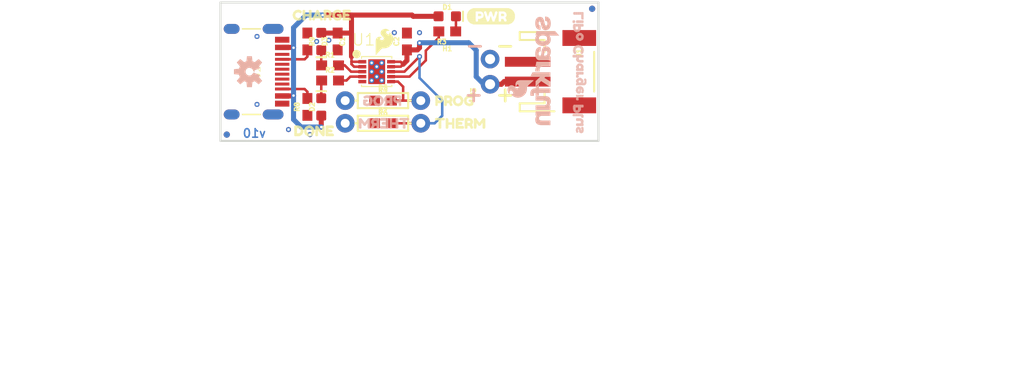
<source format=kicad_pcb>
(kicad_pcb (version 20211014) (generator pcbnew)
  (layers (0 "F.Cu" signal) (1 "In1.Cu" signal) (2 "In2.Cu" signal) (31 "B.Cu" signal) (34 "B.Paste" user) (35 "F.Paste" user) (36 "B.SilkS" user "B.Silkscreen") (37 "F.SilkS" user "F.Silkscreen") (38 "B.Mask" user) (39 "F.Mask" user) (44 "Edge.Cuts" user))
  (net 0 "")
  (net 1 "STAT1")
  (net 2 "STAT2")
  (net 3 "PG")
  (net 4 "N$4")
  (net 5 "N$5")
  (net 6 "N$6")
  (net 7 "PROG")
  (net 8 "VDD")
  (net 9 "GND")
  (net 10 "V_BATT")
  (net 11 "THERM")
  (net 12 "N$13")
  (net 13 "N$9")
  (footprint "boardEagle:0603" (layer "F.Cu") (at 140.5001 105.8926)
    (fp_text reference "R2" (at 0 -0.762) (layer "F.SilkS") (effects (font (size 0.48768 0.48768) (thickness 0.12192)) (justify bottom)))
    (fp_text value "1.5k")
    (pad "1" smd rect (at -0.85 0) (size 1.1 1) (layers "F.Cu" "F.Paste" "F.Mask") (net 5 "N$5"))
    (pad "2" smd rect (at 0.85 0) (size 1.1 1) (layers "F.Cu" "F.Paste" "F.Mask") (net 2 "STAT2"))
  )
  (footprint "boardEagle:0603" (layer "F.Cu") (at 138.2141 101.9556 -90)
    (fp_text reference "R9" (at 0 -0.762 -90) (layer "F.SilkS") (effects (font (size 0.48768 0.48768) (thickness 0.12192)) (justify bottom)))
    (fp_text value "5.1k")
    (pad "1" smd rect (at -0.85 0 270) (size 1.1 1) (layers "F.Cu" "F.Paste" "F.Mask") (net 9 "GND"))
    (pad "2" smd rect (at 0.85 0 270) (size 1.1 1) (layers "F.Cu" "F.Paste" "F.Mask") (net 12 "N$13"))
  )
  (footprint "boardEagle:1X02_NO_SILK" (layer "F.Cu") (at 156.6291 106.2736 90)
    (fp_text reference "J3" (at -1.27 -1.397 90) (layer "F.SilkS") (effects (font (size 0.48768 0.48768) (thickness 0.12192)) (justify left bottom)))
    (fp_text value "")
    (pad "1" thru_hole circle (at 0 0 180) (size 1.8796 1.8796) (drill 1.016) (layers *.Cu *.Mask) (net 10 "V_BATT"))
    (pad "2" thru_hole circle (at 2.54 0 180) (size 1.8796 1.8796) (drill 1.016) (layers *.Cu *.Mask) (net 9 "GND"))
  )
  (footprint "boardEagle:FIDUCIAL-MICRO" (layer "F.Cu") (at 166.9161 98.6536)
    (fp_text reference "FD3" hide)
    (fp_text value "FIDUCIALUFIDUCIAL" hide)
    (pad "1" smd roundrect (at 0 0) (size 0.635 0.635) (layers "F.Cu" "F.Mask") (roundrect_rratio 0.5))
  )
  (footprint "boardEagle:0603" (layer "F.Cu") (at 138.2141 108.5596 90)
    (fp_text reference "R8" (at 0 -0.762 90) (layer "F.SilkS") (effects (font (size 0.48768 0.48768) (thickness 0.12192)) (justify bottom)))
    (fp_text value "5.1k")
    (pad "1" smd rect (at -0.85 0 90) (size 1.1 1) (layers "F.Cu" "F.Paste" "F.Mask") (net 9 "GND"))
    (pad "2" smd rect (at 0.85 0 90) (size 1.1 1) (layers "F.Cu" "F.Paste" "F.Mask") (net 13 "N$9"))
  )
  (footprint "boardEagle:LED-0603" (layer "F.Cu") (at 139.6111 108.5596 90)
    (fp_text reference "D2" (at 0 -0.635 90) (layer "F.SilkS") (effects (font (size 0.48768 0.48768) (thickness 0.12192)) (justify bottom)))
    (fp_text value "GREEN")
    (pad "A" smd roundrect (at -0.877 0) (size 1 1) (layers "F.Cu" "F.Paste" "F.Mask") (roundrect_rratio 0.15) (net 8 "VDD"))
    (pad "C" smd roundrect (at 0.877 0) (size 1 1) (layers "F.Cu" "F.Paste" "F.Mask") (roundrect_rratio 0.15) (net 5 "N$5"))
  )
  (footprint "boardEagle:SFE_LOGO_FLAME_.1" (layer "F.Cu") (at 145.9611 101.9556)
    (fp_text reference "U$1" hide)
    (fp_text value "" hide)
  )
  (footprint "boardEagle:AXIAL-0.3" (layer "F.Cu") (at 145.8341 107.9246)
    (fp_text reference "R5" (at 0 -1.016) (layer "F.SilkS") (effects (font (size 0.48768 0.48768) (thickness 0.12192)) (justify bottom)))
    (fp_text value "PROG")
    (pad "P$1" thru_hole circle (at -3.81 0) (size 1.8796 1.8796) (drill 0.9) (layers *.Cu *.Mask) (net 9 "GND"))
    (pad "P$2" thru_hole circle (at 3.81 0) (size 1.8796 1.8796) (drill 0.9) (layers *.Cu *.Mask) (net 7 "PROG"))
  )
  (footprint "boardEagle:DFN-10" (layer "F.Cu") (at 145.1991 105.0036)
    (fp_text reference "U1" (at -2.54 -2.54) (layer "F.SilkS") (effects (font (size 1.1684 1.1684) (thickness 0.1016)) (justify left bottom)))
    (fp_text value "MCP73833")
    (pad "P$1" smd rect (at -1.45 -1 90) (size 0.35 0.8) (layers "F.Cu" "F.Mask") (net 8 "VDD"))
    (pad "P$2" smd rect (at -1.45 -0.5 90) (size 0.35 0.8) (layers "F.Cu" "F.Mask") (net 8 "VDD"))
    (pad "P$3" smd rect (at -1.45 0 90) (size 0.35 0.8) (layers "F.Cu" "F.Mask") (net 1 "STAT1"))
    (pad "P$4" smd rect (at -1.45 0.5 90) (size 0.35 0.8) (layers "F.Cu" "F.Mask") (net 2 "STAT2"))
    (pad "P$5" smd rect (at -1.45 1 90) (size 0.35 0.8) (layers "F.Cu" "F.Mask") (net 9 "GND"))
    (pad "P$6" smd rect (at 1.45 1 90) (size 0.35 0.8) (layers "F.Cu" "F.Mask") (net 7 "PROG"))
    (pad "P$7" smd rect (at 1.45 0.5 90) (size 0.35 0.8) (layers "F.Cu" "F.Mask") (net 3 "PG"))
    (pad "P$8" smd rect (at 1.45 0 90) (size 0.35 0.8) (layers "F.Cu" "F.Mask") (net 11 "THERM"))
    (pad "P$9" smd rect (at 1.45 -0.5 90) (size 0.35 0.8) (layers "F.Cu" "F.Mask") (net 10 "V_BATT"))
    (pad "P$10" smd rect (at 1.45 -1 90) (size 0.35 0.8) (layers "F.Cu" "F.Mask") (net 10 "V_BATT"))
    (pad "P$11" smd rect (at 0 0 180) (size 1.7 2.5) (layers "F.Cu" "F.Mask") (net 9 "GND"))
  )
  (footprint "boardEagle:THERM8" (layer "F.Cu") (at 150.1521 110.2106)
    (fp_text reference "U$6" hide)
    (fp_text value "" hide)
  )
  (footprint "boardEagle:0603" (layer "F.Cu") (at 152.3111 100.9396 180)
    (fp_text reference "R3" (at 0 -0.762 180) (layer "F.SilkS") (effects (font (size 0.48768 0.48768) (thickness 0.12192)) (justify right top)))
    (fp_text value "1.5k")
    (pad "1" smd rect (at -0.85 0 180) (size 1.1 1) (layers "F.Cu" "F.Paste" "F.Mask") (net 4 "N$4"))
    (pad "2" smd rect (at 0.85 0 180) (size 1.1 1) (layers "F.Cu" "F.Paste" "F.Mask") (net 3 "PG"))
  )
  (footprint "boardEagle:CHARGE3" (layer "F.Cu") (at 135.8011 99.2886)
    (fp_text reference "U$3" hide)
    (fp_text value "" hide)
  )
  (footprint "boardEagle:USB-C-16P" (layer "F.Cu") (at 135.6741 105.0036 -90)
    (fp_text reference "J2" (at 0 2.54 -90) (layer "F.SilkS") (effects (font (size 0.70104 0.70104) (thickness 0.06096))))
    (fp_text value "")
    (pad "" np_thru_hole circle (at 2.89 1.445 270) (size 0.65 0.65) (drill 0.65) (layers *.Cu *.Mask))
    (pad "" np_thru_hole circle (at -2.89 1.445 270) (size 0.65 0.65) (drill 0.65) (layers *.Cu *.Mask))
    (pad "A5" smd rect (at -1.25 0 90) (size 0.3 1.45) (layers "F.Cu" "F.Paste" "F.Mask") (net 12 "N$13"))
    (pad "A6" smd rect (at -0.25 0 90) (size 0.3 1.45) (layers "F.Cu" "F.Paste" "F.Mask"))
    (pad "A7" smd rect (at 0.25 0 270) (size 0.3 1.45) (layers "F.Cu" "F.Paste" "F.Mask"))
    (pad "A8" smd rect (at 1.25 0 270) (size 0.3 1.45) (layers "F.Cu" "F.Paste" "F.Mask"))
    (pad "B5" smd rect (at 1.75 0 270) (size 0.3 1.45) (layers "F.Cu" "F.Paste" "F.Mask") (net 13 "N$9"))
    (pad "B6" smd rect (at 0.75 0 270) (size 0.3 1.45) (layers "F.Cu" "F.Paste" "F.Mask"))
    (pad "B7" smd rect (at -0.75 0 90) (size 0.3 1.45) (layers "F.Cu" "F.Paste" "F.Mask"))
    (pad "B8" smd rect (at -1.75 0 90) (size 0.3 1.45) (layers "F.Cu" "F.Paste" "F.Mask"))
    (pad "GND" smd rect (at -3.225 0 90) (size 0.6 1.45) (layers "F.Cu" "F.Paste" "F.Mask") (net 9 "GND"))
    (pad "GND2" smd rect (at 3.225 0 270) (size 0.6 1.45) (layers "F.Cu" "F.Paste" "F.Mask") (net 9 "GND"))
    (pad "SHLD1" smd roundrect (at -4.32 0.915 90) (size 1 2.1) (layers "F.Cu") (roundrect_rratio 0.5) (net 9 "GND"))
    (pad "SHLD2" smd roundrect (at 4.32 0.915 90) (size 1 2.1) (layers "F.Cu") (roundrect_rratio 0.5) (net 9 "GND"))
    (pad "SHLD3" smd roundrect (at -4.32 0.915 270) (size 1 2.1) (layers "B.Cu") (roundrect_rratio 0.5) (net 9 "GND"))
    (pad "SHLD4" smd roundrect (at 4.32 0.915 270) (size 1 2.1) (layers "B.Cu") (roundrect_rratio 0.5) (net 9 "GND"))
    (pad "SHLD5" smd roundrect (at -4.32 5.095 90) (size 1 1.6) (layers "F.Cu") (roundrect_rratio 0.5) (net 9 "GND"))
    (pad "SHLD6" smd roundrect (at -4.32 5.095 270) (size 1 1.6) (layers "B.Cu") (roundrect_rratio 0.5) (net 9 "GND"))
    (pad "SHLD7" smd roundrect (at 4.32 5.095 270) (size 1 1.6) (layers "B.Cu") (roundrect_rratio 0.5) (net 9 "GND"))
    (pad "SHLD8" smd roundrect (at 4.32 5.095 90) (size 1 1.6) (layers "F.Cu") (roundrect_rratio 0.5) (net 9 "GND"))
    (pad "VBUS1" smd rect (at -2.45 0 90) (size 0.55 1.45) (layers "F.Cu" "F.Paste" "F.Mask") (net 8 "VDD"))
    (pad "VBUS2" smd rect (at 2.45 0 270) (size 0.55 1.45) (layers "F.Cu" "F.Paste" "F.Mask") (net 8 "VDD"))
  )
  (footprint "boardEagle:JST-2-SMD" (layer "F.Cu") (at 164.1221 105.0036 -90)
    (fp_text reference "J1" (at -1.397 -1.778 -90) (layer "F.SilkS") (effects (font (size 0.48768 0.48768) (thickness 0.12192)) (justify left bottom)))
    (fp_text value "")
    (pad "1" smd rect (at -1 3.7 270) (size 1 4.6) (layers "F.Cu" "F.Paste" "F.Mask") (net 9 "GND"))
    (pad "2" smd rect (at 1 3.7 270) (size 1 4.6) (layers "F.Cu" "F.Paste" "F.Mask") (net 10 "V_BATT"))
    (pad "NC1" smd rect (at -3.4 -1.5) (size 3.4 1.6) (layers "F.Cu" "F.Paste" "F.Mask"))
    (pad "NC2" smd rect (at 3.4 -1.5) (size 3.4 1.6) (layers "F.Cu" "F.Paste" "F.Mask"))
  )
  (footprint "boardEagle:LED-0603" (layer "F.Cu") (at 139.6111 101.9556 -90)
    (fp_text reference "D3" (at 0 -0.635 -90) (layer "F.SilkS") (effects (font (size 0.48768 0.48768) (thickness 0.12192)) (justify bottom)))
    (fp_text value "Yellow")
    (pad "A" smd roundrect (at -0.877 0 180) (size 1 1) (layers "F.Cu" "F.Paste" "F.Mask") (roundrect_rratio 0.15) (net 8 "VDD"))
    (pad "C" smd roundrect (at 0.877 0 180) (size 1 1) (layers "F.Cu" "F.Paste" "F.Mask") (roundrect_rratio 0.15) (net 6 "N$6"))
  )
  (footprint "boardEagle:FIDUCIAL-MICRO" (layer "F.Cu") (at 130.0861 111.3536)
    (fp_text reference "FD1" hide)
    (fp_text value "FIDUCIALUFIDUCIAL" hide)
    (pad "1" smd roundrect (at 0 0) (size 0.635 0.635) (layers "F.Cu" "F.Mask") (roundrect_rratio 0.5))
  )
  (footprint "boardEagle:0603" (layer "F.Cu") (at 145.8341 107.9246)
    (fp_text reference "R4" (at 0 -0.762) (layer "F.SilkS") (effects (font (size 0.48768 0.48768) (thickness 0.12192)) (justify bottom)))
    (fp_text value "1k")
    (pad "1" smd rect (at -0.85 0) (size 1.1 1) (layers "F.Cu" "F.Paste" "F.Mask") (net 9 "GND"))
    (pad "2" smd rect (at 0.85 0) (size 1.1 1) (layers "F.Cu" "F.Paste" "F.Mask") (net 7 "PROG"))
  )
  (footprint "boardEagle:0603" (layer "F.Cu") (at 140.5001 104.3686)
    (fp_text reference "R1" (at 0 -0.762) (layer "F.SilkS") (effects (font (size 0.48768 0.48768) (thickness 0.12192)) (justify bottom)))
    (fp_text value "1.5k")
    (pad "1" smd rect (at -0.85 0) (size 1.1 1) (layers "F.Cu" "F.Paste" "F.Mask") (net 6 "N$6"))
    (pad "2" smd rect (at 0.85 0) (size 1.1 1) (layers "F.Cu" "F.Paste" "F.Mask") (net 1 "STAT1"))
  )
  (footprint "boardEagle:AXIAL-0.3" (layer "F.Cu") (at 145.8341 110.2106)
    (fp_text reference "R7" (at 0 -1.016) (layer "F.SilkS") (effects (font (size 0.48768 0.48768) (thickness 0.12192)) (justify bottom)))
    (fp_text value "THERM")
    (pad "P$1" thru_hole circle (at -3.81 0) (size 1.8796 1.8796) (drill 0.9) (layers *.Cu *.Mask) (net 9 "GND"))
    (pad "P$2" thru_hole circle (at 3.81 0) (size 1.8796 1.8796) (drill 0.9) (layers *.Cu *.Mask) (net 11 "THERM"))
  )
  (footprint "boardEagle:0603" (layer "F.Cu") (at 141.2621 101.9556 -90)
    (fp_text reference "C1" (at 0 -0.762 -90) (layer "F.SilkS") (effects (font (size 0.48768 0.48768) (thickness 0.12192)) (justify bottom)))
    (fp_text value "10uF")
    (pad "1" smd rect (at -0.85 0 270) (size 1.1 1) (layers "F.Cu" "F.Paste" "F.Mask") (net 8 "VDD"))
    (pad "2" smd rect (at 0.85 0 270) (size 1.1 1) (layers "F.Cu" "F.Paste" "F.Mask") (net 9 "GND"))
  )
  (footprint "boardEagle:DONE4" (layer "F.Cu") (at 135.9281 110.9726)
    (fp_text reference "U$4" hide)
    (fp_text value "" hide)
  )
  (footprint "boardEagle:0603" (layer "F.Cu") (at 148.2471 101.9556 90)
    (fp_text reference "C2" (at 0 -0.762 90) (layer "F.SilkS") (effects (font (size 0.48768 0.48768) (thickness 0.12192)) (justify bottom)))
    (fp_text value "10uF")
    (pad "1" smd rect (at -0.85 0 90) (size 1.1 1) (layers "F.Cu" "F.Paste" "F.Mask") (net 10 "V_BATT"))
    (pad "2" smd rect (at 0.85 0 90) (size 1.1 1) (layers "F.Cu" "F.Paste" "F.Mask") (net 9 "GND"))
  )
  (footprint "boardEagle:STAND-OFF" (layer "F.Cu") (at 152.3111 105.0036)
    (fp_text reference "H1" (at 0 -2.032) (layer "F.SilkS") (effects (font (size 0.48768 0.48768) (thickness 0.12192)) (justify bottom)))
    (fp_text value "STAND-OFF")
    (pad "" np_thru_hole circle (at 0 0) (size 3.302 3.302) (drill 3.302) (layers *.Cu *.Mask))
  )
  (footprint "boardEagle:PWR6" (layer "F.Cu") (at 154.2161 99.4156)
    (fp_text reference "U$7" hide)
    (fp_text value "" hide)
  )
  (footprint "boardEagle:CREATIVE_COMMONS" (layer "F.Cu") (at 127.5461 136.1186)
    (fp_text reference "FRAME1" hide)
    (fp_text value "FRAME-LETTER" hide)
  )
  (footprint "boardEagle:PROG7" (layer "F.Cu") (at 150.1521 107.9246)
    (fp_text reference "U$5" hide)
    (fp_text value "" hide)
  )
  (footprint "boardEagle:0603" (layer "F.Cu") (at 145.8341 110.2106)
    (fp_text reference "R6" (at 0 -0.762) (layer "F.SilkS") (effects (font (size 0.48768 0.48768) (thickness 0.12192)) (justify bottom)))
    (fp_text value "10k")
    (pad "1" smd rect (at -0.85 0) (size 1.1 1) (layers "F.Cu" "F.Paste" "F.Mask") (net 9 "GND"))
    (pad "2" smd rect (at 0.85 0) (size 1.1 1) (layers "F.Cu" "F.Paste" "F.Mask") (net 11 "THERM"))
  )
  (footprint "boardEagle:LED-0603" (layer "F.Cu") (at 152.3111 99.4156)
    (fp_text reference "D1" (at 0 -0.635) (layer "F.SilkS") (effects (font (size 0.48768 0.48768) (thickness 0.12192)) (justify bottom)))
    (fp_text value "RED")
    (pad "A" smd roundrect (at -0.877 0 270) (size 1 1) (layers "F.Cu" "F.Paste" "F.Mask") (roundrect_rratio 0.15) (net 8 "VDD"))
    (pad "C" smd roundrect (at 0.877 0 270) (size 1 1) (layers "F.Cu" "F.Paste" "F.Mask") (roundrect_rratio 0.15) (net 4 "N$4"))
  )
  (footprint "boardEagle:OSHW-LOGO-S" (layer "B.Cu") (at 132.3721 105.0036 -90)
    (fp_text reference "LOGO2" hide)
    (fp_text value "OSHW-LOGOS" hide)
  )
  (footprint "boardEagle:PROG7" (layer "B.Cu") (at 148.6281 107.9246 180)
    (fp_text reference "U$2" hide)
    (fp_text value "" hide)
  )
  (footprint "boardEagle:THERM8" (layer "B.Cu") (at 149.3901 110.2106 180)
    (fp_text reference "U$8" hide)
    (fp_text value "" hide)
  )
  (footprint "boardEagle:FIDUCIAL-MICRO" (layer "B.Cu") (at 130.0861 111.3536 180)
    (fp_text reference "FD2" hide)
    (fp_text value "FIDUCIALUFIDUCIAL" hide)
    (pad "1" smd roundrect (at 0 0 180) (size 0.635 0.635) (layers "B.Cu" "B.Mask") (roundrect_rratio 0.5))
  )
  (footprint "boardEagle:SFE_LOGO_NAME_FLAME_.1" (layer "B.Cu") (at 162.0901 105.0036 -90)
    (fp_text reference "LOGO1" hide)
    (fp_text value "SFE_LOGO_NAME_FLAME.1_INCH" hide)
  )
  (footprint "boardEagle:LIPO_CHARGER_PLUS0" (layer "B.Cu") (at 165.5191 98.0186 -90)
    (fp_text reference "U$9" hide)
    (fp_text value "" hide)
  )
  (footprint "boardEagle:FIDUCIAL-MICRO" (layer "B.Cu") (at 166.9161 98.6536 180)
    (fp_text reference "FD4" hide)
    (fp_text value "FIDUCIALUFIDUCIAL" hide)
    (pad "1" smd roundrect (at 0 0 180) (size 0.635 0.635) (layers "B.Cu" "B.Mask") (roundrect_rratio 0.5))
  )
  (gr_line (start 129.4511 111.9886) (end 167.5511 111.9886) (layer "Edge.Cuts") (width 0.2032))
  (gr_line (start 129.4511 98.0186) (end 129.4511 111.9886) (layer "Edge.Cuts") (width 0.2032))
  (gr_line (start 167.5511 111.9886) (end 167.5511 98.0186) (layer "Edge.Cuts") (width 0.2032))
  (gr_line (start 167.5511 98.0186) (end 129.4511 98.0186) (layer "Edge.Cuts") (width 0.2032))
  (gr_text "v10" (at 131.6101 111.2266) (layer "B.Cu") (effects (font (size 0.8636 0.8636) (thickness 0.1524)) (justify right mirror)))
  (gr_text "-" (at 155.1051 102.3366) (layer "B.SilkS") (effects (font (size 1.5113 1.5113) (thickness 0.2667)) (justify mirror)))
  (gr_text "+" (at 154.9781 107.2896) (layer "B.SilkS") (effects (font (size 1.5113 1.5113) (thickness 0.2667)) (justify mirror)))
  (gr_text "-" (at 158.1531 102.3366) (layer "F.SilkS") (effects (font (size 1.5113 1.5113) (thickness 0.2667))))
  (gr_text "+" (at 158.1531 107.2896) (layer "F.SilkS") (effects (font (size 1.5113 1.5113) (thickness 0.2667))))
  (segment (start 141.9851 104.3686) (end 141.3501 104.3686) (width 0.254) (layer "F.Cu") (net 1))
  (segment (start 143.7491 105.0036) (end 142.6201 105.0036) (width 0.254) (layer "F.Cu") (net 1))
  (segment (start 142.6201 105.0036) (end 141.9851 104.3686) (width 0.254) (layer "F.Cu") (net 1))
  (segment (start 142.1511 105.8926) (end 141.3501 105.8926) (width 0.254) (layer "F.Cu") (net 2))
  (segment (start 142.5401 105.5036) (end 142.1511 105.8926) (width 0.254) (layer "F.Cu") (net 2))
  (segment (start 143.7491 105.5036) (end 142.5401 105.5036) (width 0.254) (layer "F.Cu") (net 2))
  (segment (start 150.8261 102.2096) (end 150.1521 102.8836) (width 0.254) (layer "F.Cu") (net 3))
  (segment (start 150.1521 103.8606) (end 148.5091 105.5036) (width 0.254) (layer "F.Cu") (net 3))
  (segment (start 151.4611 101.5746) (end 150.8261 102.2096) (width 0.254) (layer "F.Cu") (net 3))
  (segment (start 148.5091 105.5036) (end 146.6491 105.5036) (width 0.254) (layer "F.Cu") (net 3))
  (segment (start 150.1521 102.8836) (end 150.1521 103.8606) (width 0.254) (layer "F.Cu") (net 3))
  (segment (start 151.4611 100.9396) (end 151.4611 101.5746) (width 0.254) (layer "F.Cu") (net 3))
  (segment (start 153.1881 100.9396) (end 153.1611 100.9396) (width 0.254) (layer "F.Cu") (net 4))
  (segment (start 153.1881 99.4156) (end 153.1881 100.9396) (width 0.254) (layer "F.Cu") (net 4))
  (segment (start 139.6111 105.8926) (end 139.6111 107.6826) (width 0.254) (layer "F.Cu") (net 5))
  (segment (start 139.6501 105.8926) (end 139.6111 105.8926) (width 0.254) (layer "F.Cu") (net 5))
  (segment (start 139.6501 104.3686) (end 139.6111 104.3686) (width 0.254) (layer "F.Cu") (net 6))
  (segment (start 139.6111 104.3686) (end 139.6111 102.8326) (width 0.254) (layer "F.Cu") (net 6))
  (segment (start 147.8661 107.9246) (end 149.6441 107.9246) (width 0.254) (layer "F.Cu") (net 7))
  (segment (start 146.6491 106.0036) (end 147.3421 106.0036) (width 0.254) (layer "F.Cu") (net 7))
  (segment (start 147.8661 106.5276) (end 147.8661 107.9246) (width 0.254) (layer "F.Cu") (net 7))
  (segment (start 147.8661 107.9246) (end 146.6841 107.9246) (width 0.254) (layer "F.Cu") (net 7))
  (segment (start 147.3421 106.0036) (end 147.8661 106.5276) (width 0.254) (layer "F.Cu") (net 7))
  (segment (start 148.7551 99.2886) (end 148.8821 99.4156) (width 0.508) (layer "F.Cu") (net 8))
  (segment (start 142.6591 104.2416) (end 142.9211 104.5036) (width 0.254) (layer "F.Cu") (net 8))
  (segment (start 142.6591 104.0036) (end 142.6591 104.2416) (width 0.254) (layer "F.Cu") (net 8))
  (segment (start 142.6591 103.0986) (end 142.6591 103.4796) (width 0.508) (layer "F.Cu") (net 8))
  (segment (start 142.9211 104.5036) (end 143.7491 104.5036) (width 0.254) (layer "F.Cu") (net 8))
  (segment (start 148.8821 99.4156) (end 151.4341 99.4156) (width 0.508) (layer "F.Cu") (net 8))
  (segment (start 142.6591 103.0986) (end 142.6591 101.0666) (width 0.508) (layer "F.Cu") (net 8))
  (segment (start 140.4366 99.2886) (end 142.6591 99.2886) (width 0.508) (layer "F.Cu") (net 8))
  (segment (start 142.6591 99.2886) (end 148.7551 99.2886) (width 0.508) (layer "F.Cu") (net 8))
  (segment (start 140.2461 99.2886) (end 140.4366 99.2886) (width 0.508) (layer "F.Cu") (net 8))
  (segment (start 141.2621 101.1056) (end 139.6111 101.1056) (width 0.508) (layer "F.Cu") (net 8))
  (segment (start 136.8171 102.5536) (end 136.8171 102.5906) (width 0.508) (layer "F.Cu") (net 8))
  (segment (start 142.6591 101.1056) (end 142.6591 101.0666) (width 0.508) (layer "F.Cu") (net 8))
  (segment (start 139.6111 110.5916) (end 139.6111 109.4366) (width 0.508) (layer "F.Cu") (net 8))
  (segment (start 139.6111 101.1056) (end 139.6111 101.0786) (width 0.508) (layer "F.Cu") (net 8))
  (segment (start 135.6741 107.4536) (end 136.8171 107.4536) (width 0.508) (layer "F.Cu") (net 8))
  (segment (start 143.7491 104.0036) (end 142.6591 104.0036) (width 0.254) (layer "F.Cu") (net 8))
  (segment (start 142.6591 101.0666) (end 142.6591 99.2886) (width 0.508) (layer "F.Cu") (net 8))
  (segment (start 135.6741 102.5536) (end 136.8171 102.5536) (width 0.508) (layer "F.Cu") (net 8))
  (segment (start 141.2621 101.1056) (end 142.6591 101.1056) (width 0.508) (layer "F.Cu") (net 8))
  (segment (start 139.7381 99.2886) (end 140.2461 99.2886) (width 0.508) (layer "F.Cu") (net 8))
  (segment (start 140.2461 99.2886) (end 140.4366 99.2886) (width 0.254) (layer "F.Cu") (net 8))
  (segment (start 142.6591 103.4796) (end 142.6591 104.0036) (width 0.254) (layer "F.Cu") (net 8))
  (segment (start 136.8171 107.4536) (end 136.8171 107.4166) (width 0.508) (layer "F.Cu") (net 8))
  (via (at 139.6111 110.5916) (size 0.508) (drill 0.254) (layers "F.Cu" "B.Cu") (net 8))
  (via (at 136.8171 107.4166) (size 0.508) (drill 0.254) (layers "F.Cu" "B.Cu") (net 8))
  (via (at 139.7381 99.2886) (size 0.508) (drill 0.254) (layers "F.Cu" "B.Cu") (net 8))
  (via (at 136.8171 102.5906) (size 0.508) (drill 0.254) (layers "F.Cu" "B.Cu") (net 8))
  (segment (start 136.8171 109.8296) (end 137.5791 110.5916) (width 0.508) (layer "B.Cu") (net 8))
  (segment (start 137.5791 110.5916) (end 139.6111 110.5916) (width 0.508) (layer "B.Cu") (net 8))
  (segment (start 136.8171 102.5906) (end 136.8171 100.5586) (width 0.508) (layer "B.Cu") (net 8))
  (segment (start 136.8171 107.4166) (end 136.8171 102.5906) (width 0.508) (layer "B.Cu") (net 8))
  (segment (start 136.8171 100.5586) (end 138.0871 99.2886) (width 0.508) (layer "B.Cu") (net 8))
  (segment (start 136.8171 107.4166) (end 136.8171 109.8296) (width 0.508) (layer "B.Cu") (net 8))
  (segment (start 138.0871 99.2886) (end 139.7381 99.2886) (width 0.508) (layer "B.Cu") (net 8))
  (via (at 144.6911 105.0036) (size 0.508) (drill 0.254) (layers "F.Cu" "B.Cu") (net 9))
  (via (at 145.7071 104.1146) (size 0.508) (drill 0.254) (layers "F.Cu" "B.Cu") (net 9))
  (via (at 144.6911 104.1146) (size 0.508) (drill 0.254) (layers "F.Cu" "B.Cu") (net 9))
  (via (at 136.3091 110.8456) (size 0.508) (drill 0.254) (layers "F.Cu" "B.Cu") (net 9))
  (via (at 133.1341 108.3056) (size 0.508) (drill 0.254) (layers "F.Cu" "B.Cu") (net 9))
  (via (at 138.4681 111.3536) (size 0.508) (drill 0.254) (layers "F.Cu" "B.Cu") (net 9))
  (via (at 145.7071 105.0036) (size 0.508) (drill 0.254) (layers "F.Cu" "B.Cu") (net 9))
  (via (at 145.7071 105.8926) (size 0.508) (drill 0.254) (layers "F.Cu" "B.Cu") (net 9))
  (via (at 144.6911 105.8926) (size 0.508) (drill 0.254) (layers "F.Cu" "B.Cu") (net 9))
  (via (at 145.1991 104.4956) (size 0.508) (drill 0.254) (layers "F.Cu" "B.Cu") (net 9))
  (via (at 140.3731 101.8286) (size 0.508) (drill 0.254) (layers "F.Cu" "B.Cu") (net 9))
  (via (at 149.5171 101.0666) (size 0.508) (drill 0.254) (layers "F.Cu" "B.Cu") (net 9))
  (via (at 146.9771 101.0666) (size 0.508) (drill 0.254) (layers "F.Cu" "B.Cu") (net 9))
  (via (at 145.1991 105.5116) (size 0.508) (drill 0.254) (layers "F.Cu" "B.Cu") (net 9))
  (via (at 139.1412 101.9556) (size 0.508) (drill 0.254) (layers "F.Cu" "B.Cu") (net 9))
  (via (at 133.1341 101.4476) (size 0.508) (drill 0.254) (layers "F.Cu" "B.Cu") (net 9))
  (segment (start 146.6571 104.4956) (end 147.6281 104.4956) (width 0.254) (layer "F.Cu") (net 10))
  (segment (start 148.2471 102.8056) (end 148.2471 103.8766) (width 0.508) (layer "F.Cu") (net 10))
  (segment (start 160.4221 106.0036) (end 158.0421 106.0036) (width 0.508) (layer "F.Cu") (net 10))
  (segment (start 158.0421 106.0036) (end 157.7721 106.2736) (width 0.508) (layer "F.Cu") (net 10))
  (segment (start 147.8661 104.2576) (end 147.6121 104.0036) (width 0.254) (layer "F.Cu") (net 10))
  (segment (start 157.7721 106.2736) (end 156.6291 106.2736) (width 0.508) (layer "F.Cu") (net 10))
  (segment (start 149.5171 102.5906) (end 149.5171 102.0986) (width 0.508) (layer "F.Cu") (net 10))
  (segment (start 146.6491 104.5036) (end 146.6571 104.4956) (width 0.254) (layer "F.Cu") (net 10))
  (segment (start 148.2471 102.8056) (end 149.3021 102.8056) (width 0.508) (layer "F.Cu") (net 10))
  (segment (start 148.2471 103.8766) (end 147.8661 104.2576) (width 0.508) (layer "F.Cu") (net 10))
  (segment (start 149.3021 102.8056) (end 149.5171 102.5906) (width 0.508) (layer "F.Cu") (net 10))
  (segment (start 147.6121 104.0036) (end 146.6491 104.0036) (width 0.254) (layer "F.Cu") (net 10))
  (segment (start 147.6281 104.4956) (end 147.8661 104.2576) (width 0.254) (layer "F.Cu") (net 10))
  (via (at 149.5171 102.0986) (size 0.508) (drill 0.254) (layers "F.Cu" "B.Cu") (net 10))
  (segment (start 155.9941 106.2736) (end 155.2321 105.5116) (width 0.508) (layer "B.Cu") (net 10))
  (segment (start 156.6291 106.2736) (end 155.9941 106.2736) (width 0.508) (layer "B.Cu") (net 10))
  (segment (start 155.2321 102.8446) (end 154.4701 102.0826) (width 0.508) (layer "B.Cu") (net 10))
  (segment (start 154.4701 102.0826) (end 149.5331 102.0826) (width 0.508) (layer "B.Cu") (net 10))
  (segment (start 149.5331 102.0826) (end 149.5171 102.0986) (width 0.508) (layer "B.Cu") (net 10))
  (segment (start 155.2321 105.5116) (end 155.2321 102.8446) (width 0.508) (layer "B.Cu") (net 10))
  (segment (start 146.6841 110.2106) (end 149.6441 110.2106) (width 0.254) (layer "F.Cu") (net 11))
  (segment (start 146.6491 105.0036) (end 147.9931 105.0036) (width 0.254) (layer "F.Cu") (net 11))
  (segment (start 147.9931 105.0036) (end 149.5171 103.4796) (width 0.254) (layer "F.Cu") (net 11))
  (via (at 149.5171 103.4796) (size 0.508) (drill 0.254) (layers "F.Cu" "B.Cu") (net 11))
  (segment (start 149.5171 105.6386) (end 150.2791 106.4006) (width 0.254) (layer "B.Cu") (net 11))
  (segment (start 151.0411 110.2106) (end 149.6441 110.2106) (width 0.254) (layer "B.Cu") (net 11))
  (segment (start 151.8031 109.4486) (end 151.0411 110.2106) (width 0.254) (layer "B.Cu") (net 11))
  (segment (start 149.5171 103.4796) (end 149.5171 105.6386) (width 0.254) (layer "B.Cu") (net 11))
  (segment (start 150.2791 106.4006) (end 151.8031 107.9246) (width 0.254) (layer "B.Cu") (net 11))
  (segment (start 151.8031 107.9246) (end 151.8031 109.4486) (width 0.254) (layer "B.Cu") (net 11))
  (segment (start 138.2141 103.4796) (end 138.2141 102.8056) (width 0.254) (layer "F.Cu") (net 12))
  (segment (start 135.6741 103.7536) (end 137.0711 103.7536) (width 0.254) (layer "F.Cu") (net 12))
  (segment (start 137.0711 103.7536) (end 137.9401 103.7536) (width 0.254) (layer "F.Cu") (net 12))
  (segment (start 137.9401 103.7536) (end 138.2141 103.4796) (width 0.254) (layer "F.Cu") (net 12))
  (segment (start 135.6741 106.7536) (end 137.9321 106.7536) (width 0.254) (layer "F.Cu") (net 13))
  (segment (start 138.2141 107.0356) (end 138.2141 107.7096) (width 0.254) (layer "F.Cu") (net 13))
  (segment (start 137.9321 106.7536) (end 138.2141 107.0356) (width 0.254) (layer "F.Cu") (net 13))
)
</source>
